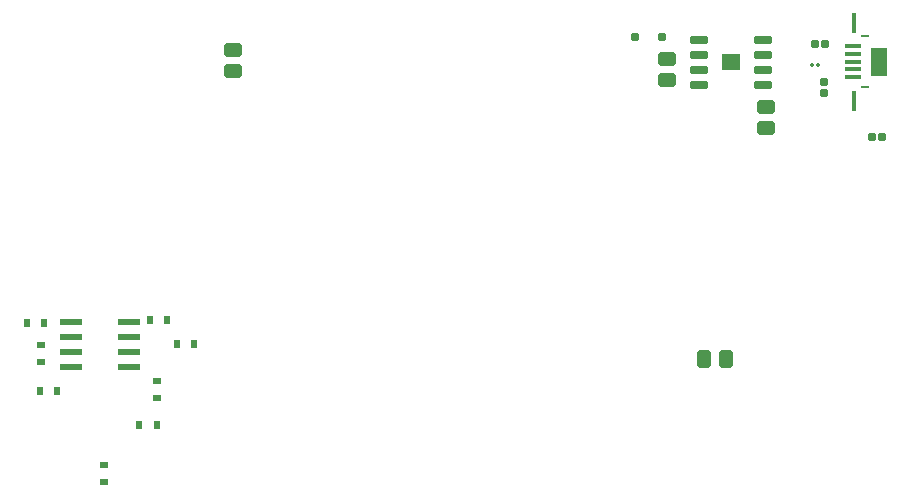
<source format=gtp>
G04*
G04 #@! TF.GenerationSoftware,Altium Limited,Altium Designer,20.1.14 (287)*
G04*
G04 Layer_Color=8421504*
%FSLAX24Y24*%
%MOIN*%
G70*
G04*
G04 #@! TF.SameCoordinates,9A1B4EAE-D6D5-4477-8753-CECB3CDB6822*
G04*
G04*
G04 #@! TF.FilePolarity,Positive*
G04*
G01*
G75*
%ADD17R,0.0156X0.0695*%
%ADD18R,0.0156X0.0695*%
%ADD19R,0.0533X0.0968*%
%ADD20R,0.0300X0.0112*%
%ADD21R,0.0300X0.0100*%
%ADD22R,0.0636X0.0550*%
G04:AMPARAMS|DCode=23|XSize=20mil|YSize=28mil|CornerRadius=0mil|HoleSize=0mil|Usage=FLASHONLY|Rotation=180.000|XOffset=0mil|YOffset=0mil|HoleType=Round|Shape=RoundedRectangle|*
%AMROUNDEDRECTD23*
21,1,0.0200,0.0280,0,0,180.0*
21,1,0.0200,0.0280,0,0,180.0*
1,1,0.0000,-0.0100,0.0140*
1,1,0.0000,0.0100,0.0140*
1,1,0.0000,0.0100,-0.0140*
1,1,0.0000,-0.0100,-0.0140*
%
%ADD23ROUNDEDRECTD23*%
G04:AMPARAMS|DCode=24|XSize=20mil|YSize=28mil|CornerRadius=0mil|HoleSize=0mil|Usage=FLASHONLY|Rotation=270.000|XOffset=0mil|YOffset=0mil|HoleType=Round|Shape=RoundedRectangle|*
%AMROUNDEDRECTD24*
21,1,0.0200,0.0280,0,0,270.0*
21,1,0.0200,0.0280,0,0,270.0*
1,1,0.0000,-0.0140,-0.0100*
1,1,0.0000,-0.0140,0.0100*
1,1,0.0000,0.0140,0.0100*
1,1,0.0000,0.0140,-0.0100*
%
%ADD24ROUNDEDRECTD24*%
G04:AMPARAMS|DCode=25|XSize=45.3mil|YSize=57.1mil|CornerRadius=6.8mil|HoleSize=0mil|Usage=FLASHONLY|Rotation=270.000|XOffset=0mil|YOffset=0mil|HoleType=Round|Shape=RoundedRectangle|*
%AMROUNDEDRECTD25*
21,1,0.0453,0.0435,0,0,270.0*
21,1,0.0317,0.0571,0,0,270.0*
1,1,0.0136,-0.0218,-0.0158*
1,1,0.0136,-0.0218,0.0158*
1,1,0.0136,0.0218,0.0158*
1,1,0.0136,0.0218,-0.0158*
%
%ADD25ROUNDEDRECTD25*%
G04:AMPARAMS|DCode=26|XSize=24.4mil|YSize=24.4mil|CornerRadius=3.7mil|HoleSize=0mil|Usage=FLASHONLY|Rotation=180.000|XOffset=0mil|YOffset=0mil|HoleType=Round|Shape=RoundedRectangle|*
%AMROUNDEDRECTD26*
21,1,0.0244,0.0171,0,0,180.0*
21,1,0.0171,0.0244,0,0,180.0*
1,1,0.0073,-0.0085,0.0085*
1,1,0.0073,0.0085,0.0085*
1,1,0.0073,0.0085,-0.0085*
1,1,0.0073,-0.0085,-0.0085*
%
%ADD26ROUNDEDRECTD26*%
G04:AMPARAMS|DCode=27|XSize=24.4mil|YSize=24.4mil|CornerRadius=3.7mil|HoleSize=0mil|Usage=FLASHONLY|Rotation=90.000|XOffset=0mil|YOffset=0mil|HoleType=Round|Shape=RoundedRectangle|*
%AMROUNDEDRECTD27*
21,1,0.0244,0.0171,0,0,90.0*
21,1,0.0171,0.0244,0,0,90.0*
1,1,0.0073,0.0085,0.0085*
1,1,0.0073,0.0085,-0.0085*
1,1,0.0073,-0.0085,-0.0085*
1,1,0.0073,-0.0085,0.0085*
%
%ADD27ROUNDEDRECTD27*%
G04:AMPARAMS|DCode=28|XSize=45.3mil|YSize=57.1mil|CornerRadius=6.8mil|HoleSize=0mil|Usage=FLASHONLY|Rotation=0.000|XOffset=0mil|YOffset=0mil|HoleType=Round|Shape=RoundedRectangle|*
%AMROUNDEDRECTD28*
21,1,0.0453,0.0435,0,0,0.0*
21,1,0.0317,0.0571,0,0,0.0*
1,1,0.0136,0.0158,-0.0218*
1,1,0.0136,-0.0158,-0.0218*
1,1,0.0136,-0.0158,0.0218*
1,1,0.0136,0.0158,0.0218*
%
%ADD28ROUNDEDRECTD28*%
G04:AMPARAMS|DCode=29|XSize=12mil|YSize=12mil|CornerRadius=1.2mil|HoleSize=0mil|Usage=FLASHONLY|Rotation=0.000|XOffset=0mil|YOffset=0mil|HoleType=Round|Shape=RoundedRectangle|*
%AMROUNDEDRECTD29*
21,1,0.0120,0.0096,0,0,0.0*
21,1,0.0096,0.0120,0,0,0.0*
1,1,0.0024,0.0048,-0.0048*
1,1,0.0024,-0.0048,-0.0048*
1,1,0.0024,-0.0048,0.0048*
1,1,0.0024,0.0048,0.0048*
%
%ADD29ROUNDEDRECTD29*%
%ADD30R,0.0780X0.0220*%
%ADD31C,0.0150*%
G04:AMPARAMS|DCode=32|XSize=15.7mil|YSize=51.2mil|CornerRadius=2.4mil|HoleSize=0mil|Usage=FLASHONLY|Rotation=270.000|XOffset=0mil|YOffset=0mil|HoleType=Round|Shape=RoundedRectangle|*
%AMROUNDEDRECTD32*
21,1,0.0157,0.0465,0,0,270.0*
21,1,0.0110,0.0512,0,0,270.0*
1,1,0.0047,-0.0232,-0.0055*
1,1,0.0047,-0.0232,0.0055*
1,1,0.0047,0.0232,0.0055*
1,1,0.0047,0.0232,-0.0055*
%
%ADD32ROUNDEDRECTD32*%
G04:AMPARAMS|DCode=33|XSize=61mil|YSize=23.6mil|CornerRadius=3.5mil|HoleSize=0mil|Usage=FLASHONLY|Rotation=0.000|XOffset=0mil|YOffset=0mil|HoleType=Round|Shape=RoundedRectangle|*
%AMROUNDEDRECTD33*
21,1,0.0610,0.0165,0,0,0.0*
21,1,0.0539,0.0236,0,0,0.0*
1,1,0.0071,0.0270,-0.0083*
1,1,0.0071,-0.0270,-0.0083*
1,1,0.0071,-0.0270,0.0083*
1,1,0.0071,0.0270,0.0083*
%
%ADD33ROUNDEDRECTD33*%
G04:AMPARAMS|DCode=34|XSize=28mil|YSize=28mil|CornerRadius=5.3mil|HoleSize=0mil|Usage=FLASHONLY|Rotation=90.000|XOffset=0mil|YOffset=0mil|HoleType=Round|Shape=RoundedRectangle|*
%AMROUNDEDRECTD34*
21,1,0.0280,0.0175,0,0,90.0*
21,1,0.0175,0.0280,0,0,90.0*
1,1,0.0105,0.0088,0.0088*
1,1,0.0105,0.0088,-0.0088*
1,1,0.0105,-0.0088,-0.0088*
1,1,0.0105,-0.0088,0.0088*
%
%ADD34ROUNDEDRECTD34*%
D17*
X31830Y16124D02*
D03*
D18*
X31830Y13519D02*
D03*
D19*
X32652Y14821D02*
D03*
D20*
X32207Y13977D02*
D03*
D21*
X32208Y15671D02*
D03*
D22*
X27737Y14825D02*
D03*
D23*
X9840Y5400D02*
D03*
X9260D02*
D03*
X8010Y2700D02*
D03*
X8590D02*
D03*
X4260Y6100D02*
D03*
X4840D02*
D03*
X4700Y3850D02*
D03*
X5280D02*
D03*
X8360Y6200D02*
D03*
X8940D02*
D03*
D24*
X6850Y1390D02*
D03*
Y810D02*
D03*
X8600Y4190D02*
D03*
Y3610D02*
D03*
X4750Y5390D02*
D03*
Y4810D02*
D03*
D25*
X11150Y14496D02*
D03*
Y15204D02*
D03*
X28900Y12596D02*
D03*
Y13304D02*
D03*
X25600Y14196D02*
D03*
Y14904D02*
D03*
D26*
X30523Y15400D02*
D03*
X30877D02*
D03*
X32423Y12300D02*
D03*
X32777D02*
D03*
D27*
X30850Y14127D02*
D03*
Y13773D02*
D03*
D28*
X27554Y4900D02*
D03*
X26846D02*
D03*
D29*
X30650Y14700D02*
D03*
X30450D02*
D03*
D30*
X5730Y6150D02*
D03*
Y5650D02*
D03*
Y5150D02*
D03*
Y4650D02*
D03*
X7670D02*
D03*
Y5150D02*
D03*
Y5650D02*
D03*
Y6150D02*
D03*
D31*
X32652Y14821D02*
D03*
D32*
X31813Y14309D02*
D03*
Y14565D02*
D03*
Y14821D02*
D03*
Y15077D02*
D03*
Y15333D02*
D03*
D33*
X28800Y15550D02*
D03*
X28800Y15050D02*
D03*
X28800Y14550D02*
D03*
X26674Y15550D02*
D03*
Y15050D02*
D03*
Y14550D02*
D03*
Y14050D02*
D03*
X28800Y14050D02*
D03*
D34*
X25450Y15650D02*
D03*
X24550D02*
D03*
M02*

</source>
